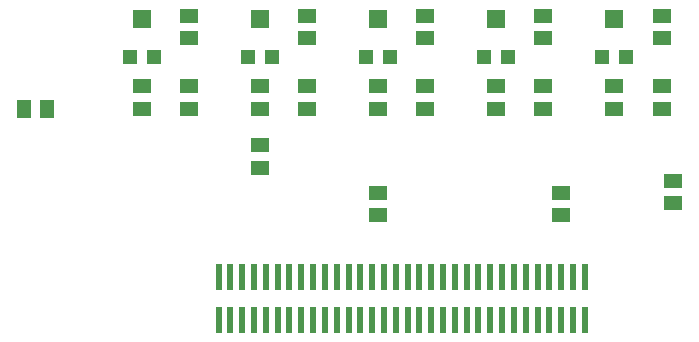
<source format=gtp>
G75*
G70*
%OFA0B0*%
%FSLAX24Y24*%
%IPPOS*%
%LPD*%
%AMOC8*
5,1,8,0,0,1.08239X$1,22.5*
%
%ADD10R,0.0236X0.0906*%
%ADD11R,0.0512X0.0591*%
%ADD12R,0.0591X0.0512*%
%ADD13R,0.0630X0.0591*%
%ADD14R,0.0472X0.0472*%
D10*
X011755Y002169D03*
X012149Y002169D03*
X012543Y002169D03*
X012936Y002169D03*
X013330Y002169D03*
X013724Y002169D03*
X014117Y002169D03*
X014511Y002169D03*
X014905Y002169D03*
X015299Y002169D03*
X015692Y002169D03*
X016086Y002169D03*
X016480Y002169D03*
X016873Y002169D03*
X017267Y002169D03*
X017661Y002169D03*
X018054Y002169D03*
X018448Y002169D03*
X018842Y002169D03*
X019236Y002169D03*
X019629Y002169D03*
X020023Y002169D03*
X020417Y002169D03*
X020810Y002169D03*
X021204Y002169D03*
X021598Y002169D03*
X021991Y002169D03*
X022385Y002169D03*
X022779Y002169D03*
X023173Y002169D03*
X023566Y002169D03*
X023960Y002169D03*
X023960Y003625D03*
X023566Y003625D03*
X023173Y003625D03*
X022779Y003625D03*
X022385Y003625D03*
X021991Y003625D03*
X021598Y003625D03*
X021204Y003625D03*
X020810Y003625D03*
X020417Y003625D03*
X020023Y003625D03*
X019629Y003625D03*
X019236Y003625D03*
X018842Y003625D03*
X018448Y003625D03*
X018054Y003625D03*
X017661Y003625D03*
X017267Y003625D03*
X016873Y003625D03*
X016480Y003625D03*
X016086Y003625D03*
X015692Y003625D03*
X015299Y003625D03*
X014905Y003625D03*
X014511Y003625D03*
X014117Y003625D03*
X013724Y003625D03*
X013330Y003625D03*
X012936Y003625D03*
X012543Y003625D03*
X012149Y003625D03*
X011755Y003625D03*
D11*
X006027Y009196D03*
X005279Y009196D03*
D12*
X009196Y009216D03*
X009196Y009964D03*
X010771Y009964D03*
X010771Y009216D03*
X013133Y009216D03*
X013133Y009964D03*
X014708Y009964D03*
X014708Y009216D03*
X013133Y007995D03*
X013133Y007247D03*
X017070Y006421D03*
X017070Y005673D03*
X017070Y009216D03*
X017070Y009964D03*
X018645Y009964D03*
X018645Y009216D03*
X021007Y009216D03*
X021007Y009964D03*
X022582Y009964D03*
X022582Y009216D03*
X024944Y009216D03*
X024944Y009964D03*
X026519Y009964D03*
X026519Y009216D03*
X026519Y011578D03*
X026519Y012326D03*
X022582Y012326D03*
X022582Y011578D03*
X018645Y011578D03*
X018645Y012326D03*
X014708Y012326D03*
X014708Y011578D03*
X010771Y011578D03*
X010771Y012326D03*
X023173Y006421D03*
X023173Y005673D03*
X026913Y006066D03*
X026913Y006814D03*
D13*
X024944Y012208D03*
X021007Y012208D03*
X017070Y012208D03*
X013133Y012208D03*
X009196Y012208D03*
D14*
X008803Y010929D03*
X009590Y010929D03*
X012740Y010929D03*
X013527Y010929D03*
X016677Y010929D03*
X017464Y010929D03*
X020614Y010929D03*
X021401Y010929D03*
X024551Y010929D03*
X025338Y010929D03*
M02*

</source>
